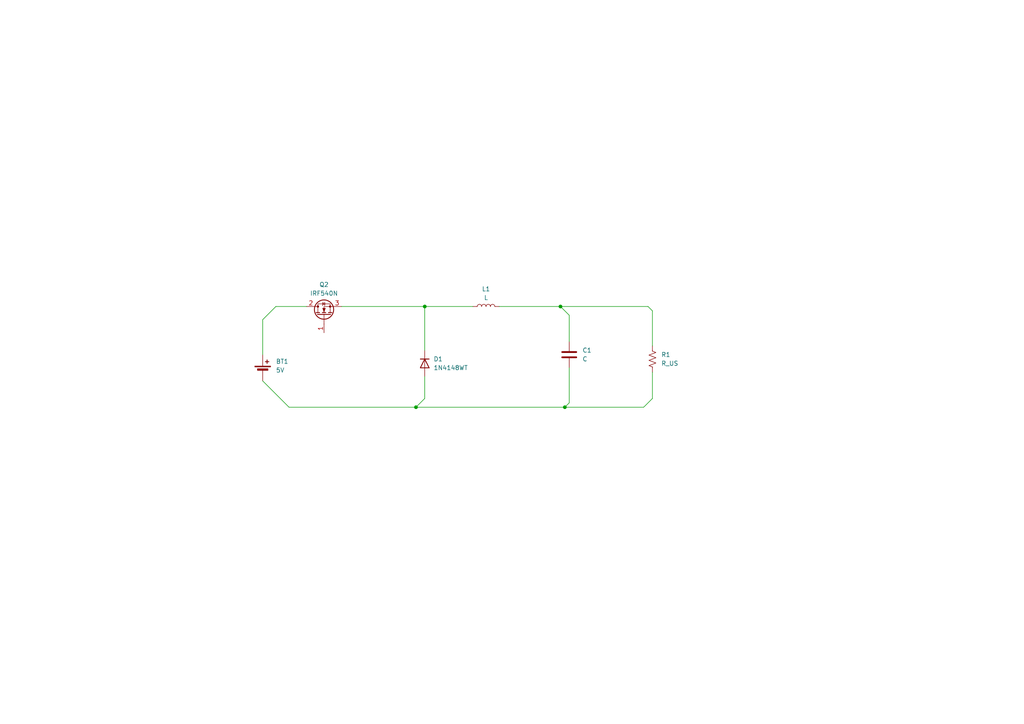
<source format=kicad_sch>
(kicad_sch (version 20250114) (generator "eeschema") (generator_version "9.0")
  (paper "A4")
  (lib_symbols
    (symbol "Device:Battery_Cell" (pin_numbers (hide yes)) (pin_names (offset 0) (hide yes))
      (property "Reference" "BT" (at 2.54 2.54 0))
      (property "Value" "Battery_Cell" (at 2.54 0 0))
      (symbol "Battery_Cell_0_1"
        (rectangle (start -2.286 1.778) (end 2.286 1.524) (fill (type outline)))
        (rectangle (start -1.524 1.016) (end 1.524 0.508) (fill (type outline)))
        (polyline (pts (xy 0 1.778) (xy 0 2.54)))
        (polyline (pts (xy 0 0.762) (xy 0 0)))
        (polyline (pts (xy 0.762 3.048) (xy 1.778 3.048)) (stroke (width 0.254)))
        (polyline (pts (xy 1.27 3.556) (xy 1.27 2.54)) (stroke (width 0.254)))
      )
      (symbol "Battery_Cell_1_1"
        (pin passive line (at 0 5.08 270) (length 2.54) (name "+") (number "1"))
        (pin passive line (at 0 -2.54 90) (length 2.54) (name "-") (number "2"))
      )
    )
    (symbol "Device:C" (pin_numbers (hide yes)) (pin_names (offset 0.254))
      (property "Reference" "C" (at 0.635 2.54 0))
      (property "Value" "C" (at 0.635 -2.54 0))
      (symbol "C_0_1"
        (polyline (pts (xy -2.032 0.762) (xy 2.032 0.762)) (stroke (width 0.508)))
        (polyline (pts (xy -2.032 -0.762) (xy 2.032 -0.762)) (stroke (width 0.508)))
      )
      (symbol "C_1_1"
        (pin passive line (at 0 3.81 270) (length 2.794) (name "~") (number "1"))
        (pin passive line (at 0 -3.81 90) (length 2.794) (name "~") (number "2"))
      )
    )
    (symbol "Device:L" (pin_numbers (hide yes)) (pin_names (offset 1.016) (hide yes))
      (property "Reference" "L" (at -1.27 0 90))
      (property "Value" "L" (at 1.905 0 90))
      (symbol "L_0_1"
        (arc (start 0 2.54) (mid 0.6323 1.905) (end 0 1.27))
        (arc (start 0 1.27) (mid 0.6323 0.635) (end 0 0))
        (arc (start 0 0) (mid 0.6323 -0.635) (end 0 -1.27))
        (arc (start 0 -1.27) (mid 0.6323 -1.905) (end 0 -2.54))
      )
      (symbol "L_1_1"
        (pin passive line (at 0 3.81 270) (length 1.27) (name "1") (number "1"))
        (pin passive line (at 0 -3.81 90) (length 1.27) (name "2") (number "2"))
      )
    )
    (symbol "Device:R_US" (pin_numbers (hide yes)) (pin_names (offset 0))
      (property "Reference" "R" (at 2.54 0 90))
      (property "Value" "R_US" (at -2.54 0 90))
      (symbol "R_US_0_1"
        (polyline (pts (xy 0 2.286) (xy 0 2.54)))
        (polyline (pts (xy 0 2.286) (xy 1.016 1.905) (xy 0 1.524) (xy -1.016 1.143) (xy 0 0.762)))
        (polyline (pts (xy 0 0.762) (xy 1.016 0.381) (xy 0 0) (xy -1.016 -0.381) (xy 0 -0.762)))
        (polyline (pts (xy 0 -0.762) (xy 1.016 -1.143) (xy 0 -1.524) (xy -1.016 -1.905) (xy 0 -2.286)))
        (polyline (pts (xy 0 -2.286) (xy 0 -2.54)))
      )
      (symbol "R_US_1_1"
        (pin passive line (at 0 3.81 270) (length 1.27) (name "~") (number "1"))
        (pin passive line (at 0 -3.81 90) (length 1.27) (name "~") (number "2"))
      )
    )
    (symbol "Diode:1N4148WT" (pin_numbers (hide yes)) (pin_names (hide yes))
      (property "Reference" "D" (at 0 2.54 0))
      (property "Value" "1N4148WT" (at 0 -2.54 0))
      (symbol "1N4148WT_0_1"
        (polyline (pts (xy -1.27 1.27) (xy -1.27 -1.27)) (stroke (width 0.254)))
        (polyline (pts (xy 1.27 1.27) (xy 1.27 -1.27) (xy -1.27 0) (xy 1.27 1.27)) (stroke (width 0.254)))
        (polyline (pts (xy 1.27 0) (xy -1.27 0)))
      )
      (symbol "1N4148WT_1_1"
        (pin passive line (at -3.81 0 0) (length 2.54) (name "K") (number "1"))
        (pin passive line (at 3.81 0 180) (length 2.54) (name "A") (number "2"))
      )
    )
    (symbol "Transistor_FET:IRF540N" (pin_names (hide yes))
      (property "Reference" "Q" (at 5.08 1.905 0))
      (property "Value" "IRF540N" (at 5.08 0 0))
      (symbol "IRF540N_0_1"
        (polyline (pts (xy 0.254 1.905) (xy 0.254 -1.905)) (stroke (width 0.254)))
        (polyline (pts (xy 0.254 0) (xy -2.54 0)))
        (polyline (pts (xy 0.762 2.286) (xy 0.762 1.27)) (stroke (width 0.254)))
        (polyline (pts (xy 0.762 0.508) (xy 0.762 -0.508)) (stroke (width 0.254)))
        (polyline (pts (xy 0.762 -1.27) (xy 0.762 -2.286)) (stroke (width 0.254)))
        (polyline (pts (xy 0.762 -1.778) (xy 3.302 -1.778) (xy 3.302 1.778) (xy 0.762 1.778)))
        (polyline (pts (xy 1.016 0) (xy 2.032 0.381) (xy 2.032 -0.381) (xy 1.016 0)) (fill (type outline)))
        (circle (center 1.651 0) (radius 2.794) (stroke (width 0.254)))
        (polyline (pts (xy 2.54 2.54) (xy 2.54 1.778)))
        (circle (center 2.54 1.778) (radius 0.254) (fill (type outline)))
        (circle (center 2.54 -1.778) (radius 0.254) (fill (type outline)))
        (polyline (pts (xy 2.54 -2.54) (xy 2.54 0) (xy 0.762 0)))
        (polyline (pts (xy 2.794 0.508) (xy 2.921 0.381) (xy 3.683 0.381) (xy 3.81 0.254)))
        (polyline (pts (xy 3.302 0.381) (xy 2.921 -0.254) (xy 3.683 -0.254) (xy 3.302 0.381)))
      )
      (symbol "IRF540N_1_1"
        (pin input line (at -5.08 0 0) (length 2.54) (name "G") (number "1"))
        (pin passive line (at 2.54 5.08 270) (length 2.54) (name "D") (number "2"))
        (pin passive line (at 2.54 -5.08 90) (length 2.54) (name "S") (number "3"))
      )
    )
  )
  (junction (at 123.19 88.9))
  (junction (at 163.83 118.11))
  (junction (at 120.65 118.11))
  (junction (at 162.56 88.9))
  (wire (pts (xy 83.82 118.11) (xy 76.2 110.49)))
  (wire (pts (xy 120.65 118.11) (xy 83.82 118.11)))
  (wire (pts (xy 187.96 88.9) (xy 189.23 90.17)))
  (wire (pts (xy 120.65 118.11) (xy 163.83 118.11)))
  (wire (pts (xy 144.78 88.9) (xy 162.56 88.9)))
  (wire (pts (xy 163.83 118.11) (xy 186.69 118.11)))
  (wire (pts (xy 123.19 88.9) (xy 123.19 101.6)))
  (wire (pts (xy 165.1 91.44) (xy 165.1 99.06)))
  (wire (pts (xy 76.2 92.71) (xy 80.01 88.9)))
  (wire (pts (xy 76.2 102.87) (xy 76.2 92.71)))
  (wire (pts (xy 165.1 106.68) (xy 165.1 116.84)))
  (wire (pts (xy 123.19 88.9) (xy 137.16 88.9)))
  (wire (pts (xy 123.19 109.22) (xy 123.19 115.57)))
  (wire (pts (xy 189.23 107.95) (xy 189.23 115.57)))
  (wire (pts (xy 123.19 115.57) (xy 120.65 118.11)))
  (wire (pts (xy 99.06 88.9) (xy 123.19 88.9)))
  (wire (pts (xy 162.56 88.9) (xy 165.1 91.44)))
  (wire (pts (xy 165.1 116.84) (xy 163.83 118.11)))
  (wire (pts (xy 80.01 88.9) (xy 88.9 88.9)))
  (wire (pts (xy 189.23 90.17) (xy 189.23 100.33)))
  (wire (pts (xy 162.56 88.9) (xy 187.96 88.9)))
  (wire (pts (xy 189.23 115.57) (xy 186.69 118.11)))
  (symbol (lib_id "Device:R_US") (at 189.23 104.14 0) (unit 1)
    (property "Reference" "R1" (at 191.77 102.8699 0) (effects (justify left)))
    (property "Value" "R_US" (at 191.77 105.4099 0) (effects (justify left)))
    (property "Footprint" "Resistor_THT:R_Axial_DIN0207_L6.3mm_D2.5mm_P2.54mm_Vertical" (effects (hide yes)))
    (property "Description" "Resistor, US symbol" (effects (hide yes)))
  )
  (symbol (lib_id "Device:L") (at 140.97 88.9 90) (unit 1)
    (property "Reference" "L1" (at 140.97 83.82 90))
    (property "Value" "L" (at 140.97 86.36 90))
    (property "Footprint" "Inductor_THT:L_Axial_L7.0mm_D3.3mm_P10.16mm_Horizontal_Fastron_MICC" (effects (hide yes)))
    (property "Description" "Inductor" (effects (hide yes)))
  )
  (symbol (lib_id "Device:Battery_Cell") (at 76.2 107.95 0) (unit 1)
    (property "Reference" "BT1" (at 80.01 104.8384 0) (effects (justify left)))
    (property "Value" "5V" (at 80.01 107.3784 0) (effects (justify left)))
    (property "Footprint" "Battery:BatteryHolder_Bulgin_BX0123_1xCR123" (effects (hide yes)))
    (property "Description" "Single-cell battery" (effects (hide yes)))
  )
  (symbol (lib_id "Transistor_FET:IRF540N") (at 93.98 91.44 90) (unit 1)
    (property "Reference" "Q2" (at 93.98 82.55 90))
    (property "Value" "IRF540N" (at 93.98 85.09 90))
    (property "Footprint" "Package_TO_SOT_THT:TO-220-3_Vertical" (effects (hide yes)))
    (property "Datasheet" "http://www.irf.com/product-info/datasheets/data/irf540n.pdf" (effects (hide yes)))
    (property "Description" "33A Id, 100V Vds, HEXFET N-Channel MOSFET, TO-220" (effects (hide yes)))
  )
  (symbol (lib_id "Diode:1N4148WT") (at 123.19 105.41 270) (unit 1)
    (property "Reference" "D1" (at 125.73 104.1399 90) (effects (justify left)))
    (property "Value" "1N4148WT" (at 125.73 106.6799 90) (effects (justify left)))
    (property "Footprint" "Diode_THT:D_A-405_P10.16mm_Horizontal" (effects (hide yes)))
    (property "Datasheet" "https://www.diodes.com/assets/Datasheets/ds30396.pdf" (effects (hide yes)))
    (property "Description" "75V 0.15A Fast switching Diode, SOD-523" (effects (hide yes)))
    (property "Sim.Device" "D" (effects (hide yes)))
    (property "Sim.Pins" "1=K 2=A" (effects (hide yes)))
  )
  (symbol (lib_id "Device:C") (at 165.1 102.87 0) (unit 1)
    (property "Reference" "C1" (at 168.91 101.5999 0) (effects (justify left)))
    (property "Value" "C" (at 168.91 104.1399 0) (effects (justify left)))
    (property "Footprint" "Capacitor_THT:CP_Radial_D12.5mm_P2.50mm" (effects (hide yes)))
    (property "Description" "Unpolarized capacitor" (effects (hide yes)))
  )
)
</source>
